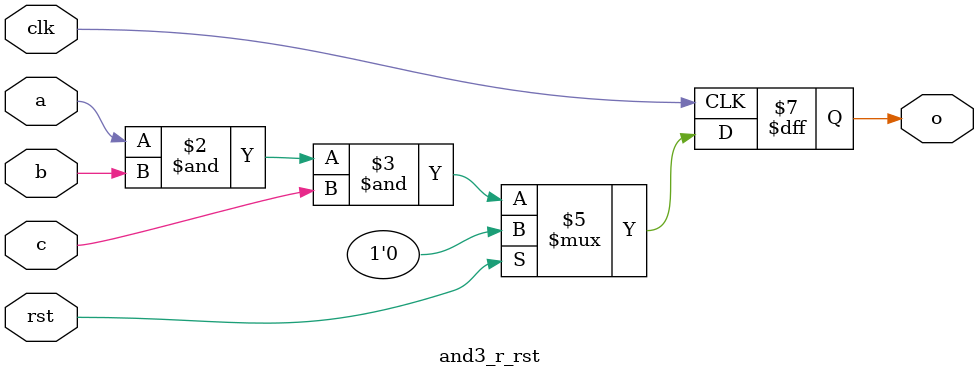
<source format=v>
module and3_r_rst(
    input a,
    input b,
    input c,
    input clk,
    input rst,
    output reg o
);

always @ (posedge clk) begin
    if (rst)
        o <= 1'b0;
    else
        o <= a & b & c;
end

endmodule
</source>
